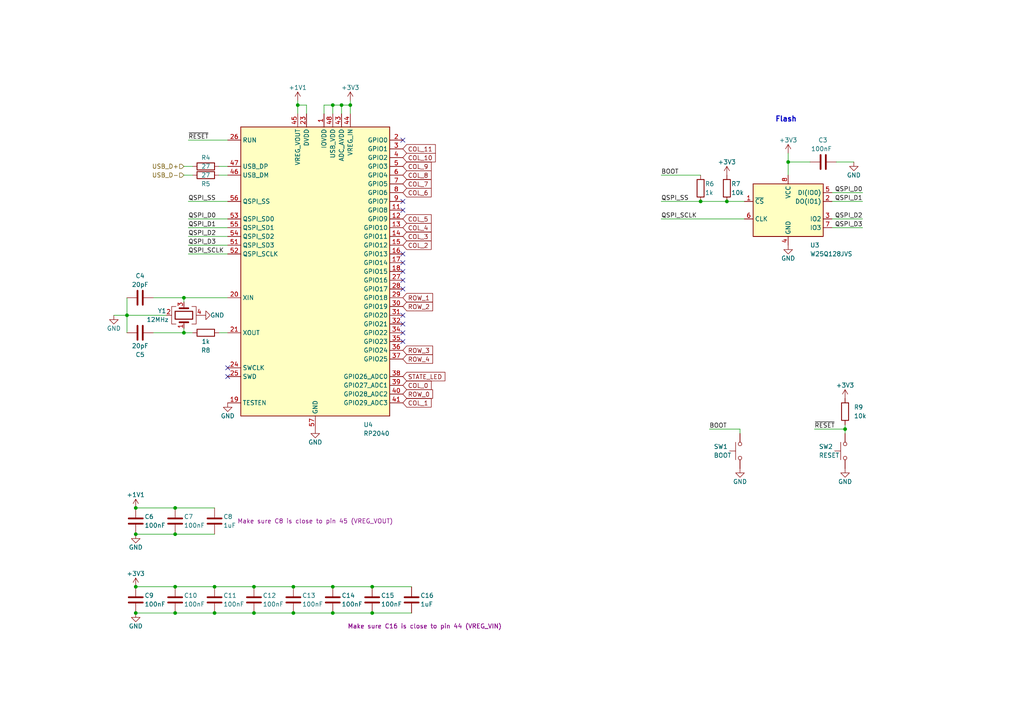
<source format=kicad_sch>
(kicad_sch (version 20230121) (generator eeschema)
  (paper "A4")
  (lib_symbols
    (symbol "Device:C" (pin_numbers hide) (pin_names (offset 0.254))
      (property "Reference" "C" (at 0.635 2.54 0))
      (property "Value" "C" (at 0.635 -2.54 0))
      (symbol "C_0_1"
        (polyline (pts (xy -2.032 -0.762) (xy 2.032 -0.762)) (stroke (width 0.508)))
        (polyline (pts (xy -2.032 0.762) (xy 2.032 0.762)) (stroke (width 0.508)))
      )
      (symbol "C_1_1"
        (pin passive line (at 0 3.81 270) (length 2.794) (name "~") (number "1"))
        (pin passive line (at 0 -3.81 90) (length 2.794) (name "~") (number "2"))
      )
    )
    (symbol "Device:Crystal_GND24" (pin_names (offset 1.016) hide)
      (property "Reference" "Y" (at 3.175 5.08 0))
      (property "Value" "Crystal_GND24" (at 3.175 3.175 0))
      (symbol "Crystal_GND24_0_1"
        (rectangle (start -1.143 2.54) (end 1.143 -2.54) (stroke (width 0.3048)))
        (polyline (pts (xy -2.54 0) (xy -2.032 0)))
        (polyline (pts (xy -2.032 -1.27) (xy -2.032 1.27)) (stroke (width 0.508)))
        (polyline (pts (xy 0 -3.81) (xy 0 -3.556)))
        (polyline (pts (xy 0 3.556) (xy 0 3.81)))
        (polyline (pts (xy 2.032 -1.27) (xy 2.032 1.27)) (stroke (width 0.508)))
        (polyline (pts (xy 2.032 0) (xy 2.54 0)))
        (polyline (pts (xy -2.54 -2.286) (xy -2.54 -3.556) (xy 2.54 -3.556) (xy 2.54 -2.286)))
        (polyline (pts (xy -2.54 2.286) (xy -2.54 3.556) (xy 2.54 3.556) (xy 2.54 2.286)))
      )
      (symbol "Crystal_GND24_1_1"
        (pin passive line (at -3.81 0 0) (length 1.27) (name "1") (number "1"))
        (pin passive line (at 0 5.08 270) (length 1.27) (name "2") (number "2"))
        (pin passive line (at 3.81 0 180) (length 1.27) (name "3") (number "3"))
        (pin passive line (at 0 -5.08 90) (length 1.27) (name "4") (number "4"))
      )
    )
    (symbol "Device:R" (pin_numbers hide) (pin_names (offset 0))
      (property "Reference" "R" (at 2.032 0 90))
      (property "Value" "R" (at 0 0 90))
      (symbol "R_0_1"
        (rectangle (start -1.016 -2.54) (end 1.016 2.54) (stroke (width 0.254)))
      )
      (symbol "R_1_1"
        (pin passive line (at 0 3.81 270) (length 1.27) (name "~") (number "1"))
        (pin passive line (at 0 -3.81 90) (length 1.27) (name "~") (number "2"))
      )
    )
    (symbol "MCU_RaspberryPi:RP2040"
      (property "Reference" "U" (at 17.78 45.72 0))
      (property "Value" "RP2040" (at 17.78 43.18 0))
      (symbol "RP2040_0_1"
        (rectangle (start -21.59 41.91) (end 21.59 -41.91) (stroke (width 0.254)) (fill (type background)))
      )
      (symbol "RP2040_1_1"
        (pin power_in line (at 2.54 45.72 270) (length 3.81) (name "IOVDD") (number "1"))
        (pin passive line (at 2.54 45.72 270) (length 3.81) hide (name "IOVDD") (number "10"))
        (pin bidirectional line (at 25.4 17.78 180) (length 3.81) (name "GPIO8") (number "11"))
        (pin bidirectional line (at 25.4 15.24 180) (length 3.81) (name "GPIO9") (number "12"))
        (pin bidirectional line (at 25.4 12.7 180) (length 3.81) (name "GPIO10") (number "13"))
        (pin bidirectional line (at 25.4 10.16 180) (length 3.81) (name "GPIO11") (number "14"))
        (pin bidirectional line (at 25.4 7.62 180) (length 3.81) (name "GPIO12") (number "15"))
        (pin bidirectional line (at 25.4 5.08 180) (length 3.81) (name "GPIO13") (number "16"))
        (pin bidirectional line (at 25.4 2.54 180) (length 3.81) (name "GPIO14") (number "17"))
        (pin bidirectional line (at 25.4 0 180) (length 3.81) (name "GPIO15") (number "18"))
        (pin input line (at -25.4 -38.1 0) (length 3.81) (name "TESTEN") (number "19"))
        (pin bidirectional line (at 25.4 38.1 180) (length 3.81) (name "GPIO0") (number "2"))
        (pin input line (at -25.4 -7.62 0) (length 3.81) (name "XIN") (number "20"))
        (pin passive line (at -25.4 -17.78 0) (length 3.81) (name "XOUT") (number "21"))
        (pin passive line (at 2.54 45.72 270) (length 3.81) hide (name "IOVDD") (number "22"))
        (pin power_in line (at -2.54 45.72 270) (length 3.81) (name "DVDD") (number "23"))
        (pin output line (at -25.4 -27.94 0) (length 3.81) (name "SWCLK") (number "24"))
        (pin bidirectional line (at -25.4 -30.48 0) (length 3.81) (name "SWD") (number "25"))
        (pin input line (at -25.4 38.1 0) (length 3.81) (name "RUN") (number "26"))
        (pin bidirectional line (at 25.4 -2.54 180) (length 3.81) (name "GPIO16") (number "27"))
        (pin bidirectional line (at 25.4 -5.08 180) (length 3.81) (name "GPIO17") (number "28"))
        (pin bidirectional line (at 25.4 -7.62 180) (length 3.81) (name "GPIO18") (number "29"))
        (pin bidirectional line (at 25.4 35.56 180) (length 3.81) (name "GPIO1") (number "3"))
        (pin bidirectional line (at 25.4 -10.16 180) (length 3.81) (name "GPIO19") (number "30"))
        (pin bidirectional line (at 25.4 -12.7 180) (length 3.81) (name "GPIO20") (number "31"))
        (pin bidirectional line (at 25.4 -15.24 180) (length 3.81) (name "GPIO21") (number "32"))
        (pin passive line (at 2.54 45.72 270) (length 3.81) hide (name "IOVDD") (number "33"))
        (pin bidirectional line (at 25.4 -17.78 180) (length 3.81) (name "GPIO22") (number "34"))
        (pin bidirectional line (at 25.4 -20.32 180) (length 3.81) (name "GPIO23") (number "35"))
        (pin bidirectional line (at 25.4 -22.86 180) (length 3.81) (name "GPIO24") (number "36"))
        (pin bidirectional line (at 25.4 -25.4 180) (length 3.81) (name "GPIO25") (number "37"))
        (pin bidirectional line (at 25.4 -30.48 180) (length 3.81) (name "GPIO26_ADC0") (number "38"))
        (pin bidirectional line (at 25.4 -33.02 180) (length 3.81) (name "GPIO27_ADC1") (number "39"))
        (pin bidirectional line (at 25.4 33.02 180) (length 3.81) (name "GPIO2") (number "4"))
        (pin bidirectional line (at 25.4 -35.56 180) (length 3.81) (name "GPIO28_ADC2") (number "40"))
        (pin bidirectional line (at 25.4 -38.1 180) (length 3.81) (name "GPIO29_ADC3") (number "41"))
        (pin passive line (at 2.54 45.72 270) (length 3.81) hide (name "IOVDD") (number "42"))
        (pin power_in line (at 7.62 45.72 270) (length 3.81) (name "ADC_AVDD") (number "43"))
        (pin power_in line (at 10.16 45.72 270) (length 3.81) (name "VREG_IN") (number "44"))
        (pin power_out line (at -5.08 45.72 270) (length 3.81) (name "VREG_VOUT") (number "45"))
        (pin bidirectional line (at -25.4 27.94 0) (length 3.81) (name "USB_DM") (number "46"))
        (pin bidirectional line (at -25.4 30.48 0) (length 3.81) (name "USB_DP") (number "47"))
        (pin power_in line (at 5.08 45.72 270) (length 3.81) (name "USB_VDD") (number "48"))
        (pin passive line (at 2.54 45.72 270) (length 3.81) hide (name "IOVDD") (number "49"))
        (pin bidirectional line (at 25.4 30.48 180) (length 3.81) (name "GPIO3") (number "5"))
        (pin passive line (at -2.54 45.72 270) (length 3.81) hide (name "DVDD") (number "50"))
        (pin bidirectional line (at -25.4 7.62 0) (length 3.81) (name "QSPI_SD3") (number "51"))
        (pin output line (at -25.4 5.08 0) (length 3.81) (name "QSPI_SCLK") (number "52"))
        (pin bidirectional line (at -25.4 15.24 0) (length 3.81) (name "QSPI_SD0") (number "53"))
        (pin bidirectional line (at -25.4 10.16 0) (length 3.81) (name "QSPI_SD2") (number "54"))
        (pin bidirectional line (at -25.4 12.7 0) (length 3.81) (name "QSPI_SD1") (number "55"))
        (pin bidirectional line (at -25.4 20.32 0) (length 3.81) (name "QSPI_SS") (number "56"))
        (pin power_in line (at 0 -45.72 90) (length 3.81) (name "GND") (number "57"))
        (pin bidirectional line (at 25.4 27.94 180) (length 3.81) (name "GPIO4") (number "6"))
        (pin bidirectional line (at 25.4 25.4 180) (length 3.81) (name "GPIO5") (number "7"))
        (pin bidirectional line (at 25.4 22.86 180) (length 3.81) (name "GPIO6") (number "8"))
        (pin bidirectional line (at 25.4 20.32 180) (length 3.81) (name "GPIO7") (number "9"))
      )
    )
    (symbol "Memory_Flash:W25Q128JVS"
      (property "Reference" "U" (at -8.89 8.89 0))
      (property "Value" "W25Q128JVS" (at 7.62 8.89 0))
      (symbol "W25Q128JVS_0_1"
        (rectangle (start -10.16 7.62) (end 10.16 -7.62) (stroke (width 0.254)) (fill (type background)))
      )
      (symbol "W25Q128JVS_1_1"
        (pin input line (at -12.7 2.54 0) (length 2.54) (name "~{CS}") (number "1"))
        (pin bidirectional line (at 12.7 2.54 180) (length 2.54) (name "DO(IO1)") (number "2"))
        (pin bidirectional line (at 12.7 -2.54 180) (length 2.54) (name "IO2") (number "3"))
        (pin power_in line (at 0 -10.16 90) (length 2.54) (name "GND") (number "4"))
        (pin bidirectional line (at 12.7 5.08 180) (length 2.54) (name "DI(IO0)") (number "5"))
        (pin input line (at -12.7 -2.54 0) (length 2.54) (name "CLK") (number "6"))
        (pin bidirectional line (at 12.7 -5.08 180) (length 2.54) (name "IO3") (number "7"))
        (pin power_in line (at 0 10.16 270) (length 2.54) (name "VCC") (number "8"))
      )
    )
    (symbol "SW_Push_1" (pin_numbers hide) (pin_names (offset 1.016) hide)
      (property "Reference" "SW1" (at -7.62 1.27 90))
      (property "Value" "BOOT" (at -7.62 -1.27 90))
      (symbol "SW_Push_1_0_1"
        (circle (center -2.032 0) (radius 0.508))
        (polyline (pts (xy 0 1.27) (xy 0 3.048)))
        (polyline (pts (xy 2.54 1.27) (xy -2.54 1.27)))
        (circle (center 2.032 0) (radius 0.508))
        (pin passive line (at -5.08 0 0) (length 2.54) (name "1") (number "1"))
        (pin passive line (at 5.08 0 180) (length 2.54) (name "2") (number "2"))
      )
    )
    (symbol "Switch:SW_Push" (pin_numbers hide) (pin_names (offset 1.016) hide)
      (property "Reference" "SW2" (at -8.89 1.27 90))
      (property "Value" "RESET" (at -8.89 -1.27 90))
      (symbol "SW_Push_0_1"
        (circle (center -2.032 0) (radius 0.508))
        (polyline (pts (xy 0 1.27) (xy 0 3.048)))
        (polyline (pts (xy 2.54 1.27) (xy -2.54 1.27)))
        (circle (center 2.032 0) (radius 0.508))
        (pin passive line (at -5.08 0 0) (length 2.54) (name "1") (number "1"))
        (pin passive line (at 5.08 0 180) (length 2.54) (name "2") (number "2"))
      )
    )
    (symbol "power:+1V1" (power) (pin_names (offset 0))
      (property "Value" "+1V1" (at 0 3.556 0))
      (symbol "+1V1_0_1"
        (polyline (pts (xy -0.762 1.27) (xy 0 2.54)))
        (polyline (pts (xy 0 0) (xy 0 2.54)))
        (polyline (pts (xy 0 2.54) (xy 0.762 1.27)))
      )
      (symbol "+1V1_1_1"
        (pin power_in line (at 0 0 90) (length 0) hide (name "+1V1") (number "1"))
      )
    )
    (symbol "power:+3V3" (power) (pin_names (offset 0))
      (property "Value" "+3V3" (at 0 3.556 0))
      (symbol "+3V3_0_1"
        (polyline (pts (xy -0.762 1.27) (xy 0 2.54)))
        (polyline (pts (xy 0 0) (xy 0 2.54)))
        (polyline (pts (xy 0 2.54) (xy 0.762 1.27)))
      )
      (symbol "+3V3_1_1"
        (pin power_in line (at 0 0 90) (length 0) hide (name "+3V3") (number "1"))
      )
    )
    (symbol "power:GND" (power) (pin_names (offset 0))
      (property "Value" "GND" (at 0 -3.81 0))
      (symbol "GND_0_1"
        (polyline (pts (xy 0 0) (xy 0 -1.27) (xy 1.27 -1.27) (xy 0 -2.54) (xy -1.27 -1.27) (xy 0 -1.27)))
      )
      (symbol "GND_1_1"
        (pin power_in line (at 0 0 270) (length 0) hide (name "GND") (number "1"))
      )
    )
  )
  (junction (at 210.82 58.42))
  (junction (at 101.6 30.48))
  (junction (at 50.8 177.8))
  (junction (at 73.66 177.8))
  (junction (at 96.52 170.18))
  (junction (at 85.09 170.18))
  (junction (at 96.52 177.8))
  (junction (at 62.23 177.8))
  (junction (at 39.37 177.8))
  (junction (at 39.37 154.94))
  (junction (at 245.11 124.46))
  (junction (at 107.95 177.8))
  (junction (at 53.34 96.52))
  (junction (at 85.09 177.8))
  (junction (at 203.2 58.42))
  (junction (at 73.66 170.18))
  (junction (at 39.37 147.32))
  (junction (at 86.36 30.48))
  (junction (at 96.52 30.48))
  (junction (at 39.37 170.18))
  (junction (at 99.06 30.48))
  (junction (at 107.95 170.18))
  (junction (at 50.8 154.94))
  (junction (at 50.8 147.32))
  (junction (at 228.6 46.99))
  (junction (at 53.34 86.36))
  (junction (at 62.23 170.18))
  (junction (at 50.8 170.18))
  (junction (at 36.83 91.44))
  (no_connect (at 116.84 73.66))
  (no_connect (at 116.84 40.64))
  (no_connect (at 116.84 83.82))
  (no_connect (at 116.84 99.06))
  (no_connect (at 66.04 106.68))
  (no_connect (at 66.04 109.22))
  (no_connect (at 116.84 91.44))
  (no_connect (at 116.84 96.52))
  (no_connect (at 116.84 58.42))
  (no_connect (at 116.84 81.28))
  (no_connect (at 116.84 60.96))
  (no_connect (at 116.84 76.2))
  (no_connect (at 116.84 93.98))
  (no_connect (at 116.84 78.74))
  (wire (pts (xy 250.19 58.42) (xy 241.3 58.42)))
  (wire (pts (xy 53.34 95.25) (xy 53.34 96.52)))
  (wire (pts (xy 96.52 170.18) (xy 107.95 170.18)))
  (wire (pts (xy 73.66 170.18) (xy 85.09 170.18)))
  (wire (pts (xy 54.61 73.66) (xy 66.04 73.66)))
  (wire (pts (xy 62.23 170.18) (xy 73.66 170.18)))
  (wire (pts (xy 39.37 147.32) (xy 50.8 147.32)))
  (wire (pts (xy 63.5 48.26) (xy 66.04 48.26)))
  (wire (pts (xy 96.52 30.48) (xy 99.06 30.48)))
  (wire (pts (xy 191.77 50.8) (xy 203.2 50.8)))
  (wire (pts (xy 86.36 30.48) (xy 86.36 33.02)))
  (wire (pts (xy 250.19 55.88) (xy 241.3 55.88)))
  (wire (pts (xy 96.52 177.8) (xy 107.95 177.8)))
  (wire (pts (xy 96.52 30.48) (xy 96.52 33.02)))
  (wire (pts (xy 54.61 66.04) (xy 66.04 66.04)))
  (wire (pts (xy 50.8 154.94) (xy 62.23 154.94)))
  (wire (pts (xy 62.23 177.8) (xy 73.66 177.8)))
  (wire (pts (xy 191.77 63.5) (xy 215.9 63.5)))
  (wire (pts (xy 86.36 29.21) (xy 86.36 30.48)))
  (wire (pts (xy 107.95 170.18) (xy 119.38 170.18)))
  (wire (pts (xy 245.11 125.73) (xy 245.11 124.46)))
  (wire (pts (xy 93.98 30.48) (xy 96.52 30.48)))
  (wire (pts (xy 54.61 63.5) (xy 66.04 63.5)))
  (wire (pts (xy 210.82 58.42) (xy 215.9 58.42)))
  (wire (pts (xy 53.34 48.26) (xy 55.88 48.26)))
  (wire (pts (xy 250.19 66.04) (xy 241.3 66.04)))
  (wire (pts (xy 236.22 124.46) (xy 245.11 124.46)))
  (wire (pts (xy 63.5 50.8) (xy 66.04 50.8)))
  (wire (pts (xy 54.61 68.58) (xy 66.04 68.58)))
  (wire (pts (xy 250.19 63.5) (xy 241.3 63.5)))
  (wire (pts (xy 39.37 170.18) (xy 50.8 170.18)))
  (wire (pts (xy 93.98 30.48) (xy 93.98 33.02)))
  (wire (pts (xy 39.37 154.94) (xy 50.8 154.94)))
  (wire (pts (xy 228.6 44.45) (xy 228.6 46.99)))
  (wire (pts (xy 85.09 170.18) (xy 96.52 170.18)))
  (wire (pts (xy 191.77 58.42) (xy 203.2 58.42)))
  (wire (pts (xy 50.8 147.32) (xy 62.23 147.32)))
  (wire (pts (xy 73.66 177.8) (xy 85.09 177.8)))
  (wire (pts (xy 99.06 30.48) (xy 99.06 33.02)))
  (wire (pts (xy 101.6 30.48) (xy 99.06 30.48)))
  (wire (pts (xy 234.95 46.99) (xy 228.6 46.99)))
  (wire (pts (xy 50.8 170.18) (xy 62.23 170.18)))
  (wire (pts (xy 33.02 91.44) (xy 36.83 91.44)))
  (wire (pts (xy 86.36 30.48) (xy 88.9 30.48)))
  (wire (pts (xy 53.34 96.52) (xy 55.88 96.52)))
  (wire (pts (xy 54.61 58.42) (xy 66.04 58.42)))
  (wire (pts (xy 247.65 46.99) (xy 242.57 46.99)))
  (wire (pts (xy 101.6 33.02) (xy 101.6 30.48)))
  (wire (pts (xy 39.37 177.8) (xy 50.8 177.8)))
  (wire (pts (xy 245.11 124.46) (xy 245.11 123.19)))
  (wire (pts (xy 85.09 177.8) (xy 96.52 177.8)))
  (wire (pts (xy 203.2 58.42) (xy 210.82 58.42)))
  (wire (pts (xy 228.6 46.99) (xy 228.6 50.8)))
  (wire (pts (xy 214.63 124.46) (xy 214.63 125.73)))
  (wire (pts (xy 107.95 177.8) (xy 119.38 177.8)))
  (wire (pts (xy 53.34 50.8) (xy 55.88 50.8)))
  (wire (pts (xy 36.83 86.36) (xy 36.83 91.44)))
  (wire (pts (xy 36.83 91.44) (xy 48.26 91.44)))
  (wire (pts (xy 53.34 86.36) (xy 53.34 87.63)))
  (wire (pts (xy 36.83 91.44) (xy 36.83 96.52)))
  (wire (pts (xy 54.61 40.64) (xy 66.04 40.64)))
  (wire (pts (xy 88.9 30.48) (xy 88.9 33.02)))
  (wire (pts (xy 54.61 71.12) (xy 66.04 71.12)))
  (wire (pts (xy 50.8 177.8) (xy 62.23 177.8)))
  (wire (pts (xy 44.45 86.36) (xy 53.34 86.36)))
  (wire (pts (xy 205.74 124.46) (xy 214.63 124.46)))
  (wire (pts (xy 44.45 96.52) (xy 53.34 96.52)))
  (wire (pts (xy 63.5 96.52) (xy 66.04 96.52)))
  (wire (pts (xy 101.6 29.21) (xy 101.6 30.48)))
  (wire (pts (xy 53.34 86.36) (xy 66.04 86.36)))
  (text "Flash" (at 224.79 35.56 0) (effects (font (size 1.5 1.5) bold) (justify left bottom)))
  (label "QSPI_SS" (at 54.61 58.42 0))
  (label "~{RESET}" (at 236.22 124.46 0))
  (label "~{RESET}" (at 54.61 40.64 0))
  (label "QSPI_D2" (at 250.19 63.5 180))
  (label "QSPI_D1" (at 54.61 66.04 0))
  (label "QSPI_D0" (at 54.61 63.5 0))
  (label "QSPI_D0" (at 250.19 55.88 180))
  (label "BOOT" (at 205.74 124.46 0))
  (label "QSPI_SS" (at 191.77 58.42 0))
  (label "QSPI_SCLK" (at 191.77 63.5 0))
  (label "QSPI_D3" (at 54.61 71.12 0))
  (label "BOOT" (at 191.77 50.8 0))
  (label "QSPI_D2" (at 54.61 68.58 0))
  (label "QSPI_D3" (at 250.19 66.04 180))
  (label "QSPI_SCLK" (at 54.61 73.66 0))
  (label "QSPI_D1" (at 250.19 58.42 180))
  (global_label "COL_6" (shape input) (at 116.84 55.88 0) (property "Intersheetrefs" "${INTERSHEET_REFS}" (effects hide)))
  (global_label "COL_4" (shape input) (at 116.84 66.04 0) (property "Intersheetrefs" "${INTERSHEET_REFS}" (effects hide)))
  (global_label "COL_9" (shape input) (at 116.84 48.26 0) (property "Intersheetrefs" "${INTERSHEET_REFS}" (effects hide)))
  (global_label "ROW_2" (shape input) (at 116.84 88.9 0) (property "Intersheetrefs" "${INTERSHEET_REFS}" (effects hide)))
  (global_label "ROW_4" (shape input) (at 116.84 104.14 0) (property "Intersheetrefs" "${INTERSHEET_REFS}" (effects hide)))
  (global_label "COL_5" (shape input) (at 116.84 63.5 0) (property "Intersheetrefs" "${INTERSHEET_REFS}" (effects hide)))
  (global_label "COL_2" (shape input) (at 116.84 71.12 0) (property "Intersheetrefs" "${INTERSHEET_REFS}" (effects hide)))
  (global_label "COL_11" (shape input) (at 116.84 43.18 0) (property "Intersheetrefs" "${INTERSHEET_REFS}" (effects hide)))
  (global_label "ROW_1" (shape input) (at 116.84 86.36 0) (property "Intersheetrefs" "${INTERSHEET_REFS}" (effects hide)))
  (global_label "COL_8" (shape input) (at 116.84 50.8 0) (property "Intersheetrefs" "${INTERSHEET_REFS}" (effects hide)))
  (global_label "ROW_0" (shape input) (at 116.84 114.3 0) (property "Intersheetrefs" "${INTERSHEET_REFS}" (effects hide)))
  (global_label "COL_7" (shape input) (at 116.84 53.34 0) (property "Intersheetrefs" "${INTERSHEET_REFS}" (effects hide)))
  (global_label "COL_1" (shape input) (at 116.84 116.84 0) (property "Intersheetrefs" "${INTERSHEET_REFS}" (effects hide)))
  (global_label "STATE_LED" (shape input) (at 116.84 109.22 0) (property "Intersheetrefs" "${INTERSHEET_REFS}" (effects hide)))
  (global_label "COL_3" (shape input) (at 116.84 68.58 0) (property "Intersheetrefs" "${INTERSHEET_REFS}" (effects hide)))
  (global_label "COL_10" (shape input) (at 116.84 45.72 0) (property "Intersheetrefs" "${INTERSHEET_REFS}" (effects hide)))
  (global_label "COL_0" (shape input) (at 116.84 111.76 0) (property "Intersheetrefs" "${INTERSHEET_REFS}" (effects hide)))
  (global_label "ROW_3" (shape input) (at 116.84 101.6 0) (property "Intersheetrefs" "${INTERSHEET_REFS}" (effects hide)))
  (hierarchical_label "USB_D+" (shape input) (at 53.34 48.26 180))
  (hierarchical_label "USB_D-" (shape input) (at 53.34 50.8 180))
  (symbol (lib_id "power:GND") (at 91.44 124.46 0) (unit 1)
    (property "Reference" "#PWR026" (effects hide))
    (property "Value" "GND" (at 91.44 128.27 0))
  )
  (symbol (lib_id "Device:C") (at 39.37 173.99 0) (unit 1)
    (property "Reference" "C9" (at 41.91 172.72 0) (effects (justify left)))
    (property "Value" "100nF" (at 41.91 175.26 0) (effects (justify left)))
    (property "Footprint" "Capacitor_SMD:C_0402_1005Metric" (effects hide))
    (property "MFR. Part #" "CL05B104KO5NNNC" (effects hide))
    (property "LCSC" "C1525" (effects hide))
  )
  (symbol (lib_id "Device:R") (at 59.69 50.8 90) (unit 1)
    (property "Reference" "R5" (at 59.69 53.34 90))
    (property "Value" "27" (at 59.69 50.8 90))
    (property "Footprint" "Resistor_SMD:R_0603_1608Metric" (effects hide))
    (property "MFR. Part #" "0603WAF270JT5E" (effects hide))
    (property "LCSC" "C25190" (effects hide))
  )
  (symbol (lib_id "Device:Crystal_GND24") (at 53.34 91.44 90) (unit 1)
    (property "Reference" "Y1" (at 46.99 90.17 90))
    (property "Value" "12MHz" (at 45.72 92.71 90))
    (property "Footprint" "Crystal:Crystal_SMD_3225-4Pin_3.2x2.5mm" (effects hide))
    (property "MFR. Part #" "X322512MSB4SI" (effects hide))
    (property "LCSC" "C9002" (effects hide))
  )
  (symbol (lib_id "Device:C") (at 40.64 86.36 90) (unit 1)
    (property "Reference" "C4" (at 40.64 80.01 90))
    (property "Value" "20pF" (at 40.64 82.55 90))
    (property "Footprint" "Capacitor_SMD:C_0402_1005Metric" (effects hide))
    (property "MFR. Part #" "0402CG200J500NT" (effects hide))
    (property "LCSC" "C1554" (effects hide))
  )
  (symbol (lib_id "Device:C") (at 238.76 46.99 90) (unit 1)
    (property "Reference" "C3" (at 240.03 40.64 90) (effects (justify left)))
    (property "Value" "100nF" (at 241.3 43.18 90) (effects (justify left)))
    (property "Footprint" "Capacitor_SMD:C_0402_1005Metric" (effects hide))
    (property "MFR. Part #" "CL05B104KO5NNNC" (effects hide))
    (property "LCSC" "C1525" (effects hide))
  )
  (symbol (lib_id "Device:R") (at 203.2 54.61 0) (mirror y) (unit 1)
    (property "Reference" "R6" (at 204.47 53.34 0) (effects (justify right)))
    (property "Value" "1k" (at 204.47 55.88 0) (effects (justify right)))
    (property "Footprint" "Resistor_SMD:R_0402_1005Metric" (effects hide))
    (property "MFR. Part #" "0402WGF1001TCE " (effects hide))
    (property "LCSC" "C11702" (effects hide))
  )
  (symbol (lib_id "power:GND") (at 247.65 46.99 0) (unit 1)
    (property "Reference" "#PWR018" (effects hide))
    (property "Value" "GND" (at 247.65 50.8 0))
  )
  (symbol (lib_id "power:GND") (at 214.63 135.89 0) (unit 1)
    (property "Reference" "#PWR027" (effects hide))
    (property "Value" "GND" (at 214.63 139.7 0))
  )
  (symbol (lib_id "power:GND") (at 58.42 91.44 90) (unit 1)
    (property "Reference" "#PWR023" (effects hide))
    (property "Value" "GND" (at 60.96 91.44 90) (effects (justify right)))
  )
  (symbol (lib_id "Switch:SW_Push") (at 245.11 130.81 90) (unit 1)
    (property "Reference" "SW2" (at 237.49 129.54 90) (effects (justify right)))
    (property "Value" "RESET" (at 237.49 132.08 90) (effects (justify right)))
    (property "Footprint" "Button_Switch_SMD:SW_SPST_B3U-1000P" (effects hide))
    (property "MFR. Part #" "TS-1064S-A1B2-D4" (effects hide))
    (property "LCSC" "C498294" (effects hide))
  )
  (symbol (lib_id "Device:C") (at 40.64 96.52 90) (unit 1)
    (property "Reference" "C5" (at 40.64 102.87 90))
    (property "Value" "20pF" (at 40.64 100.33 90))
    (property "Footprint" "Capacitor_SMD:C_0402_1005Metric" (effects hide))
    (property "MFR. Part #" "0402CG200J500NT" (effects hide))
    (property "LCSC" "C1554" (effects hide))
  )
  (symbol (lib_id "Device:C") (at 62.23 173.99 0) (unit 1)
    (property "Reference" "C11" (at 64.77 172.72 0) (effects (justify left)))
    (property "Value" "100nF" (at 64.77 175.26 0) (effects (justify left)))
    (property "Footprint" "Capacitor_SMD:C_0402_1005Metric" (effects hide))
    (property "MFR. Part #" "CL05B104KO5NNNC" (effects hide))
    (property "LCSC" "C1525" (effects hide))
  )
  (symbol (lib_name "SW_Push_1") (lib_id "Switch:SW_Push") (at 214.63 130.81 90) (unit 1)
    (property "Reference" "SW1" (at 207.01 129.54 90) (effects (justify right)))
    (property "Value" "BOOT" (at 207.01 132.08 90) (effects (justify right)))
    (property "Footprint" "Button_Switch_SMD:SW_SPST_B3U-1000P" (effects hide))
    (property "MFR. Part #" "TS-1064S-A1B2-D4" (effects hide))
    (property "LCSC" "C498294" (effects hide))
  )
  (symbol (lib_id "Device:C") (at 119.38 173.99 0) (unit 1)
    (property "Reference" "C16" (at 121.92 172.72 0) (effects (justify left)))
    (property "Value" "1uF" (at 121.92 175.26 0) (effects (justify left)))
    (property "Footprint" "Capacitor_SMD:C_0402_1005Metric" (effects hide))
    (property "MFR. Part #" "CL05A105KA5NQNC" (effects hide))
    (property "Note" "Make sure ${REFERENCE} is close to pin 44 (VREG_VIN)" (at 123.19 181.61 0))
    (property "LCSC" "C52923" (effects hide))
  )
  (symbol (lib_id "Device:C") (at 107.95 173.99 0) (unit 1)
    (property "Reference" "C15" (at 110.49 172.72 0) (effects (justify left)))
    (property "Value" "100nF" (at 110.49 175.26 0) (effects (justify left)))
    (property "Footprint" "Capacitor_SMD:C_0402_1005Metric" (effects hide))
    (property "MFR. Part #" "CL05B104KO5NNNC" (effects hide))
    (property "LCSC" "C1525" (effects hide))
  )
  (symbol (lib_id "power:GND") (at 39.37 154.94 0) (unit 1)
    (property "Reference" "#PWR030" (effects hide))
    (property "Value" "GND" (at 39.37 158.75 0))
  )
  (symbol (lib_id "MCU_RaspberryPi:RP2040") (at 91.44 78.74 0) (unit 1)
    (property "Reference" "U4" (at 105.41 123.19 0) (effects (justify left)))
    (property "Value" "RP2040" (at 105.41 125.73 0) (effects (justify left)))
    (property "Footprint" "Package_DFN_QFN:QFN-56-1EP_7x7mm_P0.4mm_EP3.2x3.2mm" (effects hide))
    (property "Datasheet" "https://datasheets.raspberrypi.com/rp2040/rp2040-datasheet.pdf" (effects hide))
    (property "MFR. Part #" "RP2040" (effects hide))
    (property "LCSC" "C2040" (effects hide))
  )
  (symbol (lib_id "Device:C") (at 50.8 151.13 0) (unit 1)
    (property "Reference" "C7" (at 53.34 149.86 0) (effects (justify left)))
    (property "Value" "100nF" (at 53.34 152.4 0) (effects (justify left)))
    (property "Footprint" "Capacitor_SMD:C_0402_1005Metric" (effects hide))
    (property "MFR. Part #" "CL05B104KO5NNNC" (effects hide))
    (property "LCSC" "C1525" (effects hide))
  )
  (symbol (lib_id "power:GND") (at 33.02 91.44 0) (unit 1)
    (property "Reference" "#PWR022" (effects hide))
    (property "Value" "GND" (at 33.02 95.25 0))
  )
  (symbol (lib_id "Device:R") (at 245.11 119.38 0) (unit 1)
    (property "Reference" "R9" (at 247.65 118.1099 0) (effects (justify left)))
    (property "Value" "10k" (at 247.65 120.6499 0) (effects (justify left)))
    (property "Footprint" "Resistor_SMD:R_0402_1005Metric" (effects hide))
    (property "MFR. Part #" "0402WGF1002TCE " (effects hide))
    (property "LCSC" "C25744" (effects hide))
  )
  (symbol (lib_id "power:+1V1") (at 39.37 147.32 0) (unit 1)
    (property "Reference" "#PWR029" (effects hide))
    (property "Value" "+1V1" (at 39.37 143.51 0))
  )
  (symbol (lib_id "Device:R") (at 59.69 48.26 90) (unit 1)
    (property "Reference" "R4" (at 59.69 45.72 90))
    (property "Value" "27" (at 59.69 48.26 90))
    (property "Footprint" "Resistor_SMD:R_0603_1608Metric" (effects hide))
    (property "MFR. Part #" "0603WAF270JT5E" (effects hide))
    (property "LCSC" "C25190" (effects hide))
  )
  (symbol (lib_id "power:GND") (at 39.37 177.8 0) (unit 1)
    (property "Reference" "#PWR032" (effects hide))
    (property "Value" "GND" (at 39.37 181.61 0))
  )
  (symbol (lib_id "Device:R") (at 59.69 96.52 90) (unit 1)
    (property "Reference" "R8" (at 59.69 101.6 90))
    (property "Value" "1k" (at 59.69 99.06 90))
    (property "Footprint" "Resistor_SMD:R_0402_1005Metric" (effects hide))
    (property "MFR. Part #" "0402WGF1001TCE " (effects hide))
    (property "LCSC" "C11702" (effects hide))
  )
  (symbol (lib_id "power:+3V3") (at 210.82 50.8 0) (unit 1)
    (property "Reference" "#PWR019" (effects hide))
    (property "Value" "+3V3" (at 210.82 46.99 0))
  )
  (symbol (lib_id "Device:C") (at 73.66 173.99 0) (unit 1)
    (property "Reference" "C12" (at 76.2 172.72 0) (effects (justify left)))
    (property "Value" "100nF" (at 76.2 175.26 0) (effects (justify left)))
    (property "Footprint" "Capacitor_SMD:C_0402_1005Metric" (effects hide))
    (property "MFR. Part #" "CL05B104KO5NNNC" (effects hide))
    (property "LCSC" "C1525" (effects hide))
  )
  (symbol (lib_id "Memory_Flash:W25Q128JVS") (at 228.6 60.96 0) (unit 1)
    (property "Reference" "U3" (at 234.95 71.12 0) (effects (justify left)))
    (property "Value" "W25Q128JVS" (at 234.95 73.66 0) (effects (justify left)))
    (property "Footprint" "Package_SO:SOIC-8_5.23x5.23mm_P1.27mm" (effects hide))
    (property "Datasheet" "http://www.winbond.com/resource-files/w25q128jv_dtr%20revc%2003272018%20plus.pdf" (effects hide))
    (property "LCSC" "C97521" (effects hide))
    (property "MFR. Part #" "W25Q128JVSIQ" (effects hide))
  )
  (symbol (lib_id "power:+3V3") (at 101.6 29.21 0) (unit 1)
    (property "Reference" "#PWR015" (effects hide))
    (property "Value" "+3V3" (at 101.6 25.4 0))
  )
  (symbol (lib_id "Device:C") (at 39.37 151.13 0) (unit 1)
    (property "Reference" "C6" (at 41.91 149.86 0) (effects (justify left)))
    (property "Value" "100nF" (at 41.91 152.4 0) (effects (justify left)))
    (property "Footprint" "Capacitor_SMD:C_0402_1005Metric" (effects hide))
    (property "MFR. Part #" "CL05B104KO5NNNC" (effects hide))
    (property "LCSC" "C1525" (effects hide))
  )
  (symbol (lib_id "Device:C") (at 50.8 173.99 0) (unit 1)
    (property "Reference" "C10" (at 53.34 172.72 0) (effects (justify left)))
    (property "Value" "100nF" (at 53.34 175.26 0) (effects (justify left)))
    (property "Footprint" "Capacitor_SMD:C_0402_1005Metric" (effects hide))
    (property "MFR. Part #" "CL05B104KO5NNNC" (effects hide))
    (property "LCSC" "C1525" (effects hide))
  )
  (symbol (lib_id "power:GND") (at 245.11 135.89 0) (unit 1)
    (property "Reference" "#PWR028" (effects hide))
    (property "Value" "GND" (at 245.11 139.7 0))
  )
  (symbol (lib_id "Device:C") (at 85.09 173.99 0) (unit 1)
    (property "Reference" "C13" (at 87.63 172.72 0) (effects (justify left)))
    (property "Value" "100nF" (at 87.63 175.26 0) (effects (justify left)))
    (property "Footprint" "Capacitor_SMD:C_0402_1005Metric" (effects hide))
    (property "MFR. Part #" "CL05B104KO5NNNC" (effects hide))
    (property "LCSC" "C1525" (effects hide))
  )
  (symbol (lib_id "power:+3V3") (at 245.11 115.57 0) (unit 1)
    (property "Reference" "#PWR024" (effects hide))
    (property "Value" "+3V3" (at 245.11 111.76 0))
  )
  (symbol (lib_id "power:+3V3") (at 39.37 170.18 0) (unit 1)
    (property "Reference" "#PWR031" (effects hide))
    (property "Value" "+3V3" (at 39.37 166.37 0))
  )
  (symbol (lib_id "power:GND") (at 228.6 71.12 0) (unit 1)
    (property "Reference" "#PWR020" (effects hide))
    (property "Value" "GND" (at 228.6 74.93 0))
  )
  (symbol (lib_id "Device:C") (at 96.52 173.99 0) (unit 1)
    (property "Reference" "C14" (at 99.06 172.72 0) (effects (justify left)))
    (property "Value" "100nF" (at 99.06 175.26 0) (effects (justify left)))
    (property "Footprint" "Capacitor_SMD:C_0402_1005Metric" (effects hide))
    (property "MFR. Part #" "CL05B104KO5NNNC" (effects hide))
    (property "LCSC" "C1525" (effects hide))
  )
  (symbol (lib_id "Device:C") (at 62.23 151.13 0) (unit 1)
    (property "Reference" "C8" (at 64.77 149.86 0) (effects (justify left)))
    (property "Value" "1uF" (at 64.77 152.4 0) (effects (justify left)))
    (property "Footprint" "Capacitor_SMD:C_0402_1005Metric" (effects hide))
    (property "MFR. Part #" "CL05A105KA5NQNC" (effects hide))
    (property "Note" "Make sure ${REFERENCE} is close to pin 45 (VREG_VOUT)" (at 91.44 151.13 0))
    (property "LCSC" "C52923" (effects hide))
  )
  (symbol (lib_id "power:+1V1") (at 86.36 29.21 0) (unit 1)
    (property "Reference" "#PWR014" (effects hide))
    (property "Value" "+1V1" (at 86.36 25.4 0))
  )
  (symbol (lib_id "power:+3V3") (at 228.6 44.45 0) (unit 1)
    (property "Reference" "#PWR017" (effects hide))
    (property "Value" "+3V3" (at 228.6 40.64 0))
  )
  (symbol (lib_id "power:GND") (at 66.04 116.84 0) (unit 1)
    (property "Reference" "#PWR025" (effects hide))
    (property "Value" "GND" (at 66.04 120.65 0))
  )
  (symbol (lib_id "Device:R") (at 210.82 54.61 0) (mirror y) (unit 1)
    (property "Reference" "R7" (at 212.09 53.34 0) (effects (justify right)))
    (property "Value" "10k" (at 212.09 55.88 0) (effects (justify right)))
    (property "Footprint" "Resistor_SMD:R_0402_1005Metric" (effects hide))
    (property "MFR. Part #" "0402WGF1002TCE " (effects hide))
    (property "LCSC" "C25744" (effects hide))
  )
)
</source>
